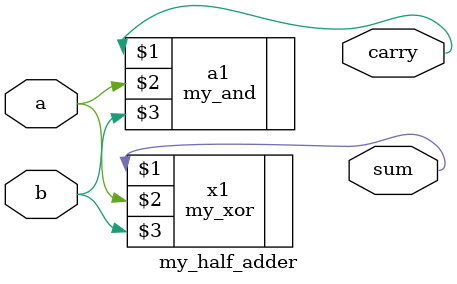
<source format=sv>
`ifndef my_xor
  `include "my_xor.sv"
`endif

module my_half_adder(sum, carry, a, b);
  input a, b;
  output sum, carry;

  my_xor x1(sum, a, b);
  my_and a1(carry, a, b);
endmodule
</source>
